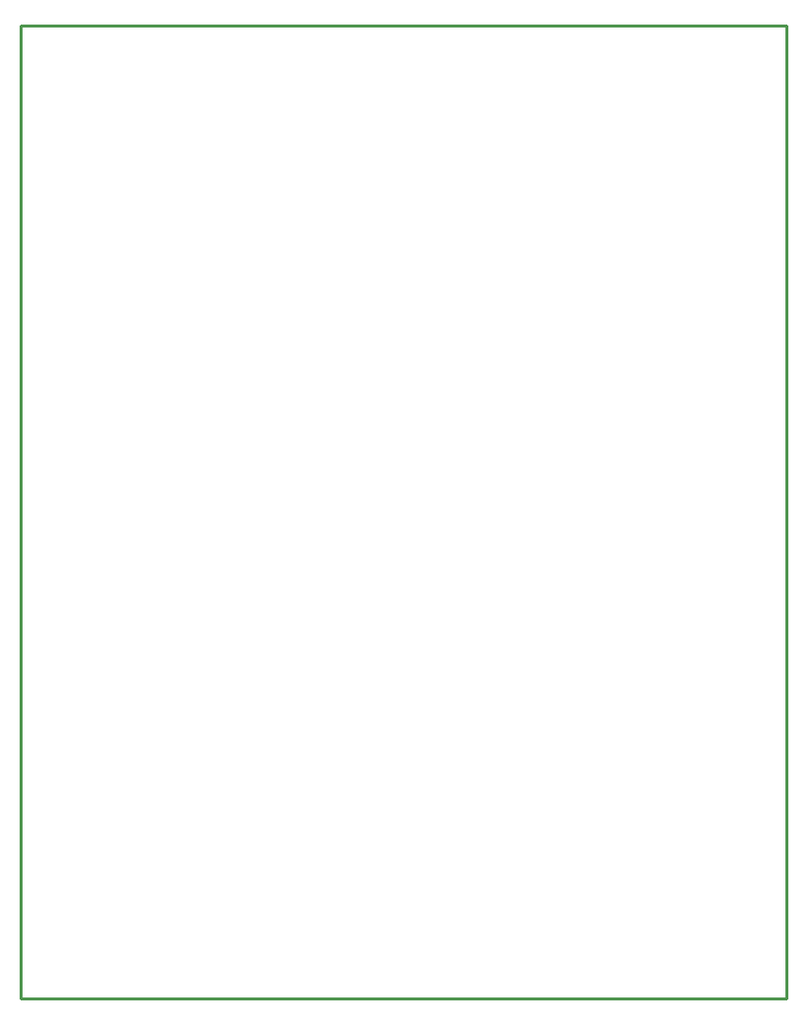
<source format=gm1>
G04*
G04 #@! TF.GenerationSoftware,Altium Limited,Altium Designer,19.0.10 (269)*
G04*
G04 Layer_Color=16711935*
%FSLAX25Y25*%
%MOIN*%
G70*
G01*
G75*
%ADD11C,0.01000*%
D11*
X22000Y38500D02*
X282000D01*
Y368500D01*
X22000D02*
X282000D01*
X22000Y38500D02*
Y368500D01*
M02*

</source>
